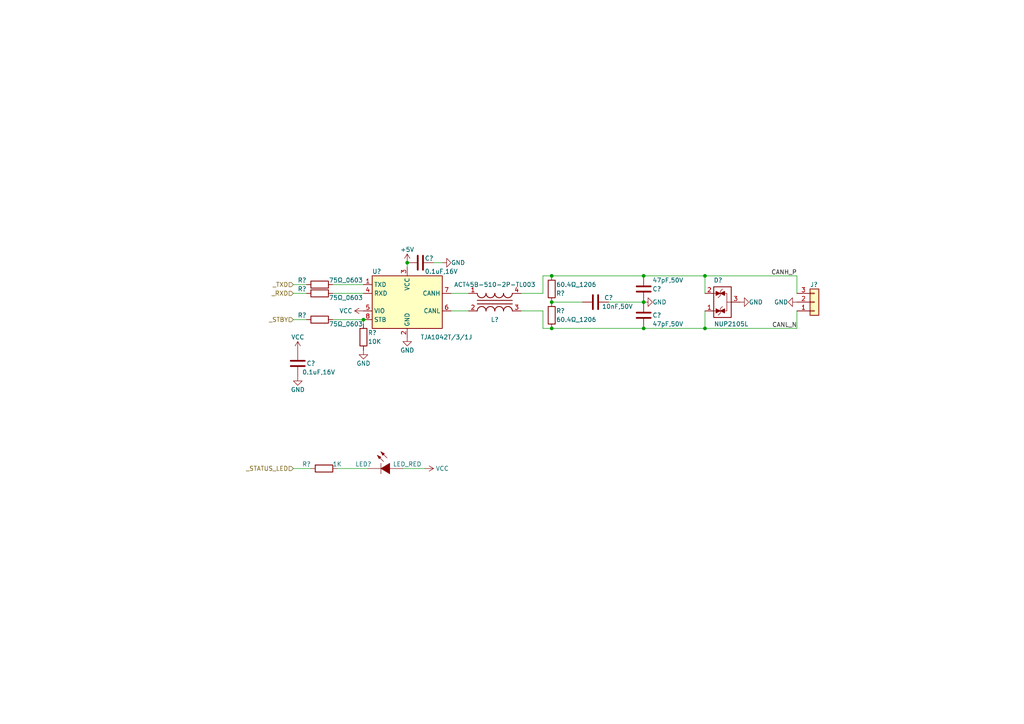
<source format=kicad_sch>
(kicad_sch (version 20230121) (generator eeschema)
  (paper "A4")
  (title_block (title "HPM6E00FULLPORTRevB") (date "2024-09-12") (rev "RevA") (comment 1 "CAN"))
  (lib_symbols
    (symbol "00_HPM_power:+5V" (power) (pin_names (offset 0))
      (property "Value" "+5V" (at 0 3.556 0))
      (symbol "+5V_0_1"
        (polyline (pts (xy -0.762 1.27) (xy 0 2.54)))
        (polyline (pts (xy 0 0) (xy 0 2.54)))
        (polyline (pts (xy 0 2.54) (xy 0.762 1.27)))
      )
      (symbol "+5V_1_1"
        (pin power_in line (at 0 0 90) (length 0) hide (name "+5V") (number "1"))
      )
    )
    (symbol "00_HPM_power:VCC" (power) (pin_names (offset 0))
      (property "Value" "VCC" (at 0 3.81 0))
      (symbol "VCC_0_1"
        (polyline (pts (xy -0.762 1.27) (xy 0 2.54)))
        (polyline (pts (xy 0 0) (xy 0 2.54)))
        (polyline (pts (xy 0 2.54) (xy 0.762 1.27)))
      )
      (symbol "VCC_1_1"
        (pin power_in line (at 0 0 90) (length 0) hide (name "VCC") (number "1"))
      )
    )
    (symbol "01-HPM-Peripheral:LED_RED" (pin_numbers hide) (pin_names (offset 1.016) hide)
      (property "Reference" "LED" (at 0 10.16 0))
      (property "Value" "LED_RED" (at 0 13.97 0))
      (symbol "LED_RED_1_1"
        (polyline (pts (xy -2.54 1.524) (xy -2.54 -1.524)) (stroke (width 0.1524)))
        (polyline (pts (xy -1.778 2.032) (xy -3.556 3.81)) (stroke (width 0.1524)))
        (polyline (pts (xy -0.762 3.048) (xy -2.54 4.826)) (stroke (width 0.1524)))
        (polyline (pts (xy -3.556 3.81) (xy -2.54 3.302) (xy -3.048 2.794) (xy -3.556 3.81)) (stroke (width 0.1524)) (fill (type outline)))
        (polyline (pts (xy -2.54 4.826) (xy -1.524 4.318) (xy -2.032 3.81) (xy -2.54 4.826)) (stroke (width 0.1524)) (fill (type outline)))
        (polyline (pts (xy 0 -1.524) (xy -2.54 0) (xy 0 1.524) (xy 0 -1.524)) (stroke (width 0.1524)) (fill (type outline)))
        (pin input line (at -6.35 0 0) (length 3.81) (name "K") (number "1"))
        (pin input line (at 3.81 0 180) (length 3.81) (name "A") (number "2"))
      )
    )
    (symbol "02_HPM_Resistor:10K_0402" (pin_numbers hide) (pin_names (offset 0))
      (property "Reference" "R" (at 0 3.81 0))
      (property "Value" "10K" (at 0 6.35 0))
      (symbol "10K_0402_0_1"
        (rectangle (start 2.54 -1.016) (end -2.54 1.016) (stroke (width 0.254)))
      )
      (symbol "10K_0402_1_1"
        (pin passive line (at -3.81 0 0) (length 1.27) (name "~") (number "1"))
        (pin passive line (at 3.81 0 180) (length 1.27) (name "~") (number "2"))
      )
    )
    (symbol "02_HPM_Resistor:1K_0402" (pin_numbers hide) (pin_names (offset 0))
      (property "Reference" "R" (at 0 3.81 0))
      (property "Value" "1K" (at 0 6.35 0))
      (symbol "1K_0402_0_1"
        (rectangle (start 2.54 -1.016) (end -2.54 1.016) (stroke (width 0.254)))
      )
      (symbol "1K_0402_1_1"
        (pin passive line (at -3.81 0 0) (length 1.27) (name "~") (number "1"))
        (pin passive line (at 3.81 0 180) (length 1.27) (name "~") (number "2"))
      )
    )
    (symbol "02_HPM_Resistor:60.4Ω_1206" (pin_numbers hide) (pin_names (offset 0))
      (property "Reference" "R" (at 0 2.54 0))
      (property "Value" "60.4Ω" (at -5.08 6.35 0))
      (symbol "60.4Ω_1206_0_1"
        (rectangle (start 2.54 -1.016) (end -2.54 1.016) (stroke (width 0.254)))
      )
      (symbol "60.4Ω_1206_1_1"
        (pin passive line (at -3.81 0 0) (length 1.27) (name "~") (number "1"))
        (pin passive line (at 3.81 0 180) (length 1.27) (name "~") (number "2"))
      )
    )
    (symbol "02_HPM_Resistor:75Ω_0603" (pin_numbers hide) (pin_names (offset 0))
      (property "Reference" "R" (at 0 5.08 0))
      (property "Value" "75Ω" (at 0 8.89 0))
      (symbol "75Ω_0603_0_1"
        (rectangle (start 2.54 -1.016) (end -2.54 1.016) (stroke (width 0.254)))
      )
      (symbol "75Ω_0603_1_1"
        (pin passive line (at -3.81 0 0) (length 1.27) (name "~") (number "1"))
        (pin passive line (at 3.81 0 180) (length 1.27) (name "~") (number "2"))
      )
    )
    (symbol "03_HPM_Capacitance:0.1uF,16V_0402" (pin_numbers hide) (pin_names (offset 0.254))
      (property "Reference" "C" (at -1.27 10.16 0))
      (property "Value" "0.1uF,16V" (at -5.08 12.7 0))
      (symbol "0.1uF,16V_0402_0_1"
        (polyline (pts (xy -2.032 -0.762) (xy 2.032 -0.762)) (stroke (width 0.508)))
        (polyline (pts (xy -2.032 0.762) (xy 2.032 0.762)) (stroke (width 0.508)))
      )
      (symbol "0.1uF,16V_0402_1_1"
        (pin passive line (at 0 3.81 270) (length 2.794) (name "~") (number "1"))
        (pin passive line (at 0 -3.81 90) (length 2.794) (name "~") (number "2"))
      )
    )
    (symbol "03_HPM_Capacitance:10nF,50V_0402" (pin_numbers hide) (pin_names (offset 0.254))
      (property "Reference" "C" (at -3.81 13.97 0))
      (property "Value" "10nF,50V" (at -3.81 8.89 0))
      (symbol "10nF,50V_0402_0_1"
        (polyline (pts (xy -2.032 -0.762) (xy 2.032 -0.762)) (stroke (width 0.508)))
        (polyline (pts (xy -2.032 0.762) (xy 2.032 0.762)) (stroke (width 0.508)))
      )
      (symbol "10nF,50V_0402_1_1"
        (pin passive line (at 0 3.81 270) (length 2.794) (name "~") (number "1"))
        (pin passive line (at 0 -3.81 90) (length 2.794) (name "~") (number "2"))
      )
    )
    (symbol "03_HPM_Capacitance:47pF,50V_0402" (pin_numbers hide) (pin_names (offset 0.254))
      (property "Reference" "C" (at 0 2.54 0))
      (property "Value" "47pF,50V" (at 0 -2.54 0))
      (symbol "47pF,50V_0402_0_1"
        (polyline (pts (xy -2.032 -0.762) (xy 2.032 -0.762)) (stroke (width 0.508)))
        (polyline (pts (xy -2.032 0.762) (xy 2.032 0.762)) (stroke (width 0.508)))
      )
      (symbol "47pF,50V_0402_1_1"
        (pin passive line (at 0 3.81 270) (length 2.794) (name "~") (number "1"))
        (pin passive line (at 0 -3.81 90) (length 2.794) (name "~") (number "2"))
      )
    )
    (symbol "04_HPM_Diode:NUP2105L" (pin_names hide)
      (property "Reference" "D" (at 0 10.16 0))
      (property "Value" "NUP2105L" (at 0 12.7 0))
      (symbol "NUP2105L_0_0"
        (pin passive line (at 0 -5.08 90) (length 2.54) (name "A") (number "3"))
      )
      (symbol "NUP2105L_0_1"
        (polyline (pts (xy -2.54 2.54) (xy -2.54 0.635)))
        (polyline (pts (xy 0 -1.27) (xy 0 -2.54)))
        (polyline (pts (xy 2.54 2.54) (xy 2.54 0.635)))
        (polyline (pts (xy -3.81 1.27) (xy -3.175 0.635) (xy -1.905 0.635) (xy -1.27 0)))
        (polyline (pts (xy -2.54 0.635) (xy -2.54 -1.27) (xy 2.54 -1.27) (xy 2.54 0.635)))
        (polyline (pts (xy 1.27 1.27) (xy 1.905 0.635) (xy 2.54 0.635) (xy 3.175 0.635) (xy 3.81 0)))
      )
      (symbol "NUP2105L_1_1"
        (rectangle (start -4.445 2.54) (end 4.445 -2.54) (stroke (width 0.254)))
        (polyline (pts (xy -2.54 0.635) (xy -1.905 -0.635) (xy -3.175 -0.635) (xy -2.54 0.635)) (fill (type color) (color 132 0 0 1)))
        (polyline (pts (xy 2.54 0.635) (xy 1.905 -0.635) (xy 3.175 -0.635) (xy 2.54 0.635)) (fill (type color) (color 132 0 0 1)))
        (polyline (pts (xy 2.54 0.635) (xy 3.175 1.905) (xy 1.905 1.905) (xy 2.54 0.635)) (fill (type color) (color 132 0 0 1)))
        (polyline (pts (xy -2.54 0.635) (xy -3.175 1.905) (xy -1.905 1.905) (xy -2.54 0.635) (xy -2.54 1.27)) (fill (type color) (color 132 0 0 1)))
        (pin passive line (at -2.54 5.08 270) (length 2.54) (name "K") (number "1"))
        (pin passive line (at 2.54 5.08 270) (length 2.54) (name "K") (number "2"))
      )
    )
    (symbol "05_HPM_Connector_KF2EDGR:KF2EDGR_3.81_3P" (pin_names (offset 1.016) hide)
      (property "Reference" "J" (at -1.27 1.27 0))
      (property "Value" "KF2EDGR-3.81-3P" (at -1.27 2.54 0))
      (symbol "KF2EDGR_3.81_3P_1_1"
        (rectangle (start 0 -6.223) (end 1.27 -6.477) (stroke (width 0.1524)))
        (rectangle (start 0 -3.683) (end 1.27 -3.937) (stroke (width 0.1524)))
        (rectangle (start 0 -1.143) (end 1.27 -1.397) (stroke (width 0.1524)))
        (rectangle (start 0 0) (end 2.54 -7.62) (stroke (width 0.254)) (fill (type background)))
        (pin passive line (at -3.81 -1.27 0) (length 3.81) (name "Pin_1") (number "1"))
        (pin passive line (at -3.81 -3.81 0) (length 3.81) (name "Pin_2") (number "2"))
        (pin passive line (at -3.81 -6.35 0) (length 3.81) (name "Pin_3") (number "3"))
      )
    )
    (symbol "06_HPM_Function_IC:TJA1042T/3"
      (property "Reference" "U" (at -10.16 8.89 0))
      (property "Value" "TJA1042T{slash}3" (at 1.27 -8.89 0))
      (symbol "TJA1042T/3_0_1"
        (rectangle (start -10.16 7.62) (end 10.16 -7.62) (stroke (width 0.254)) (fill (type background)))
      )
      (symbol "TJA1042T/3_1_1"
        (pin input line (at -12.7 5.08 0) (length 2.54) (name "TXD") (number "1"))
        (pin power_in line (at 0 -10.16 90) (length 2.54) (name "GND") (number "2"))
        (pin power_in line (at 0 10.16 270) (length 2.54) (name "VCC") (number "3"))
        (pin output line (at -12.7 2.54 0) (length 2.54) (name "RXD") (number "4"))
        (pin power_in line (at -12.7 -2.54 0) (length 2.54) (name "VIO") (number "5"))
        (pin bidirectional line (at 12.7 -2.54 180) (length 2.54) (name "CANL") (number "6"))
        (pin bidirectional line (at 12.7 2.54 180) (length 2.54) (name "CANH") (number "7"))
        (pin input line (at -12.7 -5.08 0) (length 2.54) (name "STB") (number "8"))
      )
    )
    (symbol "07_HPM_Inductance:ACT45B-510-2P-TL003"
      (property "Reference" "L" (at 8.89 -1.27 0))
      (property "Value" "ACT45B-510-2P-TL003" (at 8.89 -9.525 0))
      (symbol "ACT45B-510-2P-TL003_1_0"
        (polyline (pts (xy 3.81 -5.588) (xy 13.97 -5.588)) (stroke (width 0.254)))
        (polyline (pts (xy 3.81 -4.572) (xy 13.97 -4.572)) (stroke (width 0.254)))
        (arc (start 3.81 -2.54) (mid 5.08 -3.8045) (end 6.35 -2.54) (stroke (width 0.254)))
        (arc (start 6.35 -7.62) (mid 5.08 -6.3555) (end 3.81 -7.62) (stroke (width 0.254)))
        (arc (start 6.35 -2.54) (mid 7.62 -3.8045) (end 8.89 -2.54) (stroke (width 0.254)))
        (arc (start 8.89 -7.62) (mid 7.62 -6.3555) (end 6.35 -7.62) (stroke (width 0.254)))
        (arc (start 8.89 -2.54) (mid 10.16 -3.8045) (end 11.43 -2.54) (stroke (width 0.254)))
        (arc (start 11.43 -7.62) (mid 10.16 -6.3555) (end 8.89 -7.62) (stroke (width 0.254)))
        (arc (start 11.43 -2.54) (mid 12.7 -3.8045) (end 13.97 -2.54) (stroke (width 0.254)))
        (arc (start 13.97 -7.62) (mid 12.7 -6.3555) (end 11.43 -7.62) (stroke (width 0.254)))
        (pin passive line (at 1.27 -7.62 0) (length 2.54) (name "") (number "1"))
        (pin passive line (at 1.27 -2.54 0) (length 2.54) (name "2") (number "2"))
        (pin passive line (at 16.51 -2.54 180) (length 2.54) (name "") (number "3"))
        (pin passive line (at 16.51 -7.62 180) (length 2.54) (name "4") (number "4"))
      )
    )
    (symbol "98_POWER:GND" (power) (pin_names (offset 0))
      (property "Value" "GND" (at 0 -3.81 0))
      (symbol "GND_0_1"
        (polyline (pts (xy 0 0) (xy 0 -1.27) (xy 1.27 -1.27) (xy 0 -2.54) (xy -1.27 -1.27) (xy 0 -1.27)))
      )
      (symbol "GND_1_1"
        (pin power_in line (at 0 0 270) (length 0) hide (name "GND") (number "1"))
      )
    )
  )
  (junction (at 118.11 76.2))
  (junction (at 160.02 87.63))
  (junction (at 204.47 95.25))
  (junction (at 160.02 95.25))
  (junction (at 186.69 87.63))
  (junction (at 105.41 92.71))
  (junction (at 186.69 80.01))
  (junction (at 186.69 95.25))
  (junction (at 160.02 80.01))
  (junction (at 204.47 80.01))
  (wire (pts (xy 157.48 80.01) (xy 160.02 80.01)))
  (wire (pts (xy 105.41 92.71) (xy 105.41 93.98)))
  (wire (pts (xy 204.47 80.01) (xy 231.14 80.01)))
  (wire (pts (xy 135.89 85.09) (xy 130.81 85.09)))
  (wire (pts (xy 204.47 95.25) (xy 204.47 90.17)))
  (wire (pts (xy 96.52 92.71) (xy 105.41 92.71)))
  (wire (pts (xy 151.13 85.09) (xy 157.48 85.09)))
  (wire (pts (xy 85.09 135.89) (xy 90.17 135.89)))
  (wire (pts (xy 106.68 135.89) (xy 97.79 135.89)))
  (wire (pts (xy 204.47 95.25) (xy 231.14 95.25)))
  (wire (pts (xy 157.48 95.25) (xy 160.02 95.25)))
  (wire (pts (xy 157.48 90.17) (xy 157.48 95.25)))
  (wire (pts (xy 85.09 85.09) (xy 88.9 85.09)))
  (wire (pts (xy 151.13 90.17) (xy 157.48 90.17)))
  (wire (pts (xy 160.02 80.01) (xy 186.69 80.01)))
  (wire (pts (xy 186.69 80.01) (xy 204.47 80.01)))
  (wire (pts (xy 160.02 95.25) (xy 186.69 95.25)))
  (wire (pts (xy 168.91 87.63) (xy 160.02 87.63)))
  (wire (pts (xy 231.14 85.09) (xy 231.14 80.01)))
  (wire (pts (xy 176.53 87.63) (xy 186.69 87.63)))
  (wire (pts (xy 186.69 95.25) (xy 204.47 95.25)))
  (wire (pts (xy 85.09 82.55) (xy 88.9 82.55)))
  (wire (pts (xy 128.27 76.2) (xy 125.73 76.2)))
  (wire (pts (xy 85.09 92.71) (xy 88.9 92.71)))
  (wire (pts (xy 157.48 85.09) (xy 157.48 80.01)))
  (wire (pts (xy 96.52 85.09) (xy 105.41 85.09)))
  (wire (pts (xy 204.47 80.01) (xy 204.47 85.09)))
  (wire (pts (xy 123.19 135.89) (xy 116.84 135.89)))
  (wire (pts (xy 231.14 90.17) (xy 231.14 95.25)))
  (wire (pts (xy 96.52 82.55) (xy 105.41 82.55)))
  (wire (pts (xy 135.89 90.17) (xy 130.81 90.17)))
  (wire (pts (xy 118.11 76.2) (xy 118.11 77.47)))
  (text "${SHEETNAME}\n" (at 74.93 60.96 0) (effects (font (size 2.54 2.54) (thickness 0.508) bold) (justify left bottom)))
  (label "CANH_P" (at 231.14 80.01 180))
  (label "CANL_N" (at 231.14 95.25 180))
  (hierarchical_label "${SHEETNAME}_RXD" (shape input) (at 85.09 85.09 180))
  (hierarchical_label "${SHEETNAME}_STBY" (shape input) (at 85.09 92.71 180))
  (hierarchical_label "${SHEETNAME}_STATUS_LED" (shape input) (at 85.09 135.89 180))
  (hierarchical_label "${SHEETNAME}_TXD" (shape input) (at 85.09 82.55 180))
  (symbol (lib_id "02_HPM_Resistor:75Ω_0603") (at 92.71 82.55 0) (unit 1)
    (property "Reference" "R?" (at 87.63 81.28 0))
    (property "Value" "75Ω_0603" (at 100.33 81.28 0))
    (property "Footprint" "02_HPM_Resistor:R_0603_1608Metric" (effects hide))
    (property "Model" "0603WAF750JT5E" (effects hide))
    (property "Company" "UNI-ROYAL(厚声)" (effects hide))
    (instances (project "HPM5300-COMM" (path "" (reference "R?") (unit 1))) (project "HPM6E00FULLPORTRevB" (path "" (reference "R?") (unit 1)) (path "" (reference "R107") (unit 1)) (path "" (reference "R114") (unit 1)) (path "" (reference "R121") (unit 1)) (path "" (reference "R128") (unit 1)) (path "" (reference "R135") (unit 1)) (path "" (reference "R142") (unit 1)) (path "" (reference "R149") (unit 1)) (path "" (reference "R156") (unit 1))) (project "HPM5300 EVK REVC" (path "" (reference "R?") (unit 1))))
  )
  (symbol (lib_id "00_HPM_power:VCC") (at 123.19 135.89 270) (unit 1)
    (property "Reference" "#PWR?" (effects hide))
    (property "Value" "VCC" (at 128.27 135.89 90))
    (instances (project "HPM6E00FULLPORTRevB" (path "" (reference "#PWR?") (unit 1)) (path "" (reference "#PWR0177") (unit 1)) (path "" (reference "#PWR0188") (unit 1)) (path "" (reference "#PWR0199") (unit 1)) (path "" (reference "#PWR0210") (unit 1)) (path "" (reference "#PWR0221") (unit 1)) (path "" (reference "#PWR0232") (unit 1)) (path "" (reference "#PWR0243") (unit 1)) (path "" (reference "#PWR0254") (unit 1))))
  )
  (symbol (lib_id "07_HPM_Inductance:ACT45B-510-2P-TL003") (at 134.62 92.71 0) (mirror x) (unit 1)
    (property "Reference" "L?" (at 143.51 92.71 0))
    (property "Value" "ACT45B-510-2P-TL003" (at 143.51 82.55 0))
    (property "Footprint" "07_HPM_Inductance:L4532" (effects hide))
    (property "Model" "ACT45B-510-2P-TL003" (effects hide))
    (property "Company" "TDK" (effects hide))
    (instances (project "HPM5300-COMM" (path "" (reference "L?") (unit 1))) (project "HPM6E00FULLPORTRevB" (path "" (reference "L?") (unit 1)) (path "" (reference "L5") (unit 1)) (path "" (reference "L6") (unit 1)) (path "" (reference "L7") (unit 1)) (path "" (reference "L8") (unit 1)) (path "" (reference "L9") (unit 1)) (path "" (reference "L10") (unit 1)) (path "" (reference "L11") (unit 1)) (path "" (reference "L12") (unit 1))) (project "HPM5300 EVK REVC" (path "" (reference "L?") (unit 1))))
  )
  (symbol (lib_id "02_HPM_Resistor:75Ω_0603") (at 92.71 92.71 0) (unit 1)
    (property "Reference" "R?" (at 87.63 91.44 0))
    (property "Value" "75Ω_0603" (at 100.33 93.98 0))
    (property "Footprint" "02_HPM_Resistor:R_0603_1608Metric" (effects hide))
    (property "Model" "0603WAF750JT5E" (effects hide))
    (property "Company" "UNI-ROYAL(厚声)" (effects hide))
    (instances (project "HPM5300-COMM" (path "" (reference "R?") (unit 1))) (project "HPM6E00FULLPORTRevB" (path "" (reference "R?") (unit 1)) (path "" (reference "R109") (unit 1)) (path "" (reference "R116") (unit 1)) (path "" (reference "R123") (unit 1)) (path "" (reference "R130") (unit 1)) (path "" (reference "R137") (unit 1)) (path "" (reference "R144") (unit 1)) (path "" (reference "R151") (unit 1)) (path "" (reference "R158") (unit 1))) (project "HPM5300 EVK REVC" (path "" (reference "R?") (unit 1))))
  )
  (symbol (lib_id "01-HPM-Peripheral:LED_RED") (at 113.03 135.89 0) (unit 1)
    (property "Reference" "LED?" (at 105.41 134.62 0))
    (property "Value" "LED_RED" (at 118.11 134.62 0))
    (property "Footprint" "01_HPM_Peripheral:LED_0603" (effects hide))
    (property "Model" "NCD0603R1" (effects hide))
    (property "Company" "国星光电" (effects hide))
    (instances (project "HPM6E00FULLPORTRevB" (path "" (reference "LED?") (unit 1)) (path "" (reference "LED24") (unit 1)) (path "" (reference "LED25") (unit 1)) (path "" (reference "LED26") (unit 1)) (path "" (reference "LED27") (unit 1)) (path "" (reference "LED28") (unit 1)) (path "" (reference "LED29") (unit 1)) (path "" (reference "LED30") (unit 1)) (path "" (reference "LED31") (unit 1))))
  )
  (symbol (lib_id "02_HPM_Resistor:1K_0402") (at 93.98 135.89 0) (unit 1)
    (property "Reference" "R?" (at 88.9 134.62 0))
    (property "Value" "1K" (at 97.79 134.62 0))
    (property "Footprint" "02_HPM_Resistor:R_0402_1005Metric" (effects hide))
    (property "Model" "0402WGF1001TCE" (effects hide))
    (property "Company" "UNI-ROYAL(厚声)" (effects hide))
    (instances (project "HPM1200_BASE_Audio_XPI" (path "" (reference "R?") (unit 1))) (project "HPM1200_SIP_ETHERCAT_RevA" (path "" (reference "R?") (unit 1))) (project "HPM6E00FULLPORTRevB" (path "" (reference "R?") (unit 1)) (path "" (reference "R110") (unit 1)) (path "" (reference "R117") (unit 1)) (path "" (reference "R124") (unit 1)) (path "" (reference "R131") (unit 1)) (path "" (reference "R138") (unit 1)) (path "" (reference "R145") (unit 1)) (path "" (reference "R152") (unit 1)) (path "" (reference "R159") (unit 1))))
  )
  (symbol (lib_id "00_HPM_power:+5V") (at 118.11 76.2 0) (unit 1)
    (property "Reference" "#PWR?" (effects hide))
    (property "Value" "+5V" (at 118.11 72.39 0))
    (instances (project "HPM5300-COMM" (path "" (reference "#PWR?") (unit 1))) (project "HPM6E00FULLPORTRevB" (path "" (reference "#PWR?") (unit 1)) (path "" (reference "#PWR0175") (unit 1)) (path "" (reference "#PWR0186") (unit 1)) (path "" (reference "#PWR0197") (unit 1)) (path "" (reference "#PWR0208") (unit 1)) (path "" (reference "#PWR0219") (unit 1)) (path "" (reference "#PWR0230") (unit 1)) (path "" (reference "#PWR0241") (unit 1)) (path "" (reference "#PWR0252") (unit 1))) (project "HPM5300 EVK REVC" (path "" (reference "#PWR?") (unit 1))))
  )
  (symbol (lib_id "02_HPM_Resistor:75Ω_0603") (at 92.71 85.09 0) (unit 1)
    (property "Reference" "R?" (at 87.63 83.82 0))
    (property "Value" "75Ω_0603" (at 100.33 86.36 0))
    (property "Footprint" "02_HPM_Resistor:R_0603_1608Metric" (effects hide))
    (property "Model" "0603WAF750JT5E" (effects hide))
    (property "Company" "UNI-ROYAL(厚声)" (effects hide))
    (instances (project "HPM5300-COMM" (path "" (reference "R?") (unit 1))) (project "HPM6E00FULLPORTRevB" (path "" (reference "R?") (unit 1)) (path "" (reference "R108") (unit 1)) (path "" (reference "R115") (unit 1)) (path "" (reference "R122") (unit 1)) (path "" (reference "R129") (unit 1)) (path "" (reference "R136") (unit 1)) (path "" (reference "R143") (unit 1)) (path "" (reference "R150") (unit 1)) (path "" (reference "R157") (unit 1))) (project "HPM5300 EVK REVC" (path "" (reference "R?") (unit 1))))
  )
  (symbol (lib_id "98_POWER:GND") (at 231.14 87.63 270) (unit 1)
    (property "Reference" "#PWR?" (effects hide))
    (property "Value" "GND" (at 228.6 87.63 90) (effects (justify right)))
    (instances (project "HPM6E00FULLPORTRevB" (path "" (reference "#PWR?") (unit 1)) (path "" (reference "#PWR0181") (unit 1)) (path "" (reference "#PWR0192") (unit 1)) (path "" (reference "#PWR0203") (unit 1)) (path "" (reference "#PWR0214") (unit 1)) (path "" (reference "#PWR0225") (unit 1)) (path "" (reference "#PWR0236") (unit 1)) (path "" (reference "#PWR0247") (unit 1)) (path "" (reference "#PWR0258") (unit 1))) (project "HPM5300 EVK REVC" (path "" (reference "#PWR?") (unit 1))))
  )
  (symbol (lib_id "98_POWER:GND") (at 105.41 101.6 0) (unit 1)
    (property "Reference" "#PWR?" (effects hide))
    (property "Value" "GND" (at 103.378 105.41 0) (effects (justify left)))
    (instances (project "HPM5300-COMM" (path "" (reference "#PWR?") (unit 1))) (project "HPM6E00FULLPORTRevB" (path "" (reference "#PWR?") (unit 1)) (path "" (reference "#PWR0174") (unit 1)) (path "" (reference "#PWR0185") (unit 1)) (path "" (reference "#PWR0196") (unit 1)) (path "" (reference "#PWR0207") (unit 1)) (path "" (reference "#PWR0218") (unit 1)) (path "" (reference "#PWR0229") (unit 1)) (path "" (reference "#PWR0240") (unit 1)) (path "" (reference "#PWR0251") (unit 1))) (project "HPM5300 EVK REVC" (path "" (reference "#PWR?") (unit 1))))
  )
  (symbol (lib_id "00_HPM_power:VCC") (at 105.41 90.17 90) (unit 1)
    (property "Reference" "#PWR?" (effects hide))
    (property "Value" "VCC" (at 100.33 90.17 90))
    (instances (project "HPM6E00FULLPORTRevB" (path "" (reference "#PWR?") (unit 1)) (path "" (reference "#PWR0173") (unit 1)) (path "" (reference "#PWR0184") (unit 1)) (path "" (reference "#PWR0195") (unit 1)) (path "" (reference "#PWR0206") (unit 1)) (path "" (reference "#PWR0217") (unit 1)) (path "" (reference "#PWR0228") (unit 1)) (path "" (reference "#PWR0239") (unit 1)) (path "" (reference "#PWR0250") (unit 1))))
  )
  (symbol (lib_id "00_HPM_power:VCC") (at 86.36 101.6 0) (unit 1)
    (property "Reference" "#PWR?" (effects hide))
    (property "Value" "VCC" (at 86.36 97.79 0))
    (instances (project "HPM6E00FULLPORTRevB" (path "" (reference "#PWR?") (unit 1)) (path "" (reference "#PWR0171") (unit 1)) (path "" (reference "#PWR0182") (unit 1)) (path "" (reference "#PWR0193") (unit 1)) (path "" (reference "#PWR0204") (unit 1)) (path "" (reference "#PWR0215") (unit 1)) (path "" (reference "#PWR0226") (unit 1)) (path "" (reference "#PWR0237") (unit 1)) (path "" (reference "#PWR0248") (unit 1))))
  )
  (symbol (lib_id "03_HPM_Capacitance:0.1uF,16V_0402") (at 86.36 105.41 0) (unit 1)
    (property "Reference" "C?" (at 88.9 105.41 0) (effects (justify left)))
    (property "Value" "0.1uF,16V" (at 87.63 107.95 0) (effects (justify left)))
    (property "Footprint" "03_HPM_Capacitance:C_0402_1005Metric" (effects hide))
    (property "Model" "CL05B104KO5NNNC" (effects hide))
    (property "Company" "SAMSUNG(三星)" (effects hide))
    (instances (project "HPM5300-COMM" (path "" (reference "C?") (unit 1))) (project "HPM6E00FULLPORTRevB" (path "" (reference "C?") (unit 1)) (path "" (reference "C81") (unit 1)) (path "" (reference "C86") (unit 1)) (path "" (reference "C91") (unit 1)) (path "" (reference "C96") (unit 1)) (path "" (reference "C101") (unit 1)) (path "" (reference "C106") (unit 1)) (path "" (reference "C111") (unit 1)) (path "" (reference "C116") (unit 1))) (project "HPM5300 EVK REVC" (path "" (reference "C?") (unit 1))))
  )
  (symbol (lib_id "03_HPM_Capacitance:10nF,50V_0402") (at 172.72 87.63 90) (unit 1)
    (property "Reference" "C?" (at 176.53 86.36 90))
    (property "Value" "10nF,50V" (at 179.07 88.9 90))
    (property "Footprint" "03_HPM_Capacitance:C_0402_1005Metric" (effects hide))
    (property "Model" " CL05B103KB5NNNC" (effects hide))
    (property "Company" "SAMSUNG(三星)" (effects hide))
    (instances (project "HPM5300-COMM" (path "" (reference "C?") (unit 1))) (project "HPM6E00FULLPORTRevB" (path "" (reference "C?") (unit 1)) (path "" (reference "C83") (unit 1)) (path "" (reference "C88") (unit 1)) (path "" (reference "C93") (unit 1)) (path "" (reference "C98") (unit 1)) (path "" (reference "C103") (unit 1)) (path "" (reference "C108") (unit 1)) (path "" (reference "C113") (unit 1)) (path "" (reference "C118") (unit 1))) (project "HPM5300 EVK REVC" (path "" (reference "C?") (unit 1))))
  )
  (symbol (lib_id "04_HPM_Diode:NUP2105L") (at 209.55 87.63 90) (unit 1)
    (property "Reference" "D?" (at 208.28 81.28 90))
    (property "Value" "NUP2105L" (at 212.09 93.98 90))
    (property "Footprint" "06_HPM_SOT:SOT-23" (effects hide))
    (property "Field4" "NUP2105L" (effects hide))
    (property "Field5" "TECH PUBLIC(台舟)" (effects hide))
    (property "Model" "NUP2105L" (effects hide))
    (property "Company" "TECH PUBLIC(台舟)" (effects hide))
    (instances (project "HPM5300-COMM" (path "" (reference "D?") (unit 1))) (project "HPM6E00FULLPORTRevB" (path "" (reference "D?") (unit 1)) (path "" (reference "D5") (unit 1)) (path "" (reference "D6") (unit 1)) (path "" (reference "D7") (unit 1)) (path "" (reference "D8") (unit 1)) (path "" (reference "D9") (unit 1)) (path "" (reference "D10") (unit 1)) (path "" (reference "D11") (unit 1)) (path "" (reference "D12") (unit 1))) (project "HPM5300 EVK REVC" (path "" (reference "D?") (unit 1))))
  )
  (symbol (lib_id "98_POWER:GND") (at 118.11 97.79 0) (unit 1)
    (property "Reference" "#PWR?" (effects hide))
    (property "Value" "GND" (at 116.078 101.6 0) (effects (justify left)))
    (instances (project "HPM5300-COMM" (path "" (reference "#PWR?") (unit 1))) (project "HPM6E00FULLPORTRevB" (path "" (reference "#PWR?") (unit 1)) (path "" (reference "#PWR0176") (unit 1)) (path "" (reference "#PWR0187") (unit 1)) (path "" (reference "#PWR0198") (unit 1)) (path "" (reference "#PWR0209") (unit 1)) (path "" (reference "#PWR0220") (unit 1)) (path "" (reference "#PWR0231") (unit 1)) (path "" (reference "#PWR0242") (unit 1)) (path "" (reference "#PWR0253") (unit 1))) (project "HPM5300 EVK REVC" (path "" (reference "#PWR?") (unit 1))))
  )
  (symbol (lib_id "05_HPM_Connector_KF2EDGR:KF2EDGR_3.81_3P") (at 234.95 91.44 0) (mirror x) (unit 1)
    (property "Reference" "J?" (at 234.95 82.55 0) (effects (justify left)))
    (property "Value" "KF2EDGR_3.81_3P" (effects hide))
    (property "Footprint" "05_HPM_Connector_KF2EDGR:PhoenixContact_MC_1,5_3-G-3.81_1x03_P3.81mm_Horizontal" (effects hide))
    (property "Model" "KF2EDGR-3.81-3P" (effects hide))
    (property "Company" " 品牌: KEFA(科发) " (effects hide))
    (instances (project "HPM6E00FULLPORTRevB" (path "" (reference "J?") (unit 1)) (path "" (reference "J5") (unit 1)) (path "" (reference "J6") (unit 1)) (path "" (reference "J7") (unit 1)) (path "" (reference "J8") (unit 1)) (path "" (reference "J9") (unit 1)) (path "" (reference "J10") (unit 1)) (path "" (reference "J11") (unit 1)) (path "" (reference "J12") (unit 1))))
  )
  (symbol (lib_id "03_HPM_Capacitance:0.1uF,16V_0402") (at 121.92 76.2 270) (unit 1)
    (property "Reference" "C?" (at 123.19 74.93 90) (effects (justify left)))
    (property "Value" "0.1uF,16V" (at 123.19 78.74 90) (effects (justify left)))
    (property "Footprint" "03_HPM_Capacitance:C_0402_1005Metric" (effects hide))
    (property "Model" "CL05B104KO5NNNC" (effects hide))
    (property "Company" "SAMSUNG(三星)" (effects hide))
    (instances (project "HPM5300-COMM" (path "" (reference "C?") (unit 1))) (project "HPM6E00FULLPORTRevB" (path "" (reference "C?") (unit 1)) (path "" (reference "C82") (unit 1)) (path "" (reference "C87") (unit 1)) (path "" (reference "C92") (unit 1)) (path "" (reference "C97") (unit 1)) (path "" (reference "C102") (unit 1)) (path "" (reference "C107") (unit 1)) (path "" (reference "C112") (unit 1)) (path "" (reference "C117") (unit 1))) (project "HPM5300 EVK REVC" (path "" (reference "C?") (unit 1))))
  )
  (symbol (lib_id "02_HPM_Resistor:60.4Ω_1206") (at 160.02 91.44 90) (unit 1)
    (property "Reference" "R?" (at 161.29 90.17 90) (effects (justify right)))
    (property "Value" "60.4Ω_1206" (at 161.29 92.71 90) (effects (justify right)))
    (property "Footprint" "02_HPM_Resistor:R_1206_3216Metric" (effects hide))
    (property "Model" "1206W4F604JT5E" (effects hide))
    (property "Company" "UNI-ROYAL(厚声)" (effects hide))
    (instances (project "HPM5300-COMM" (path "" (reference "R?") (unit 1))) (project "HPM6E00FULLPORTRevB" (path "" (reference "R?") (unit 1)) (path "" (reference "R113") (unit 1)) (path "" (reference "R120") (unit 1)) (path "" (reference "R127") (unit 1)) (path "" (reference "R134") (unit 1)) (path "" (reference "R141") (unit 1)) (path "" (reference "R148") (unit 1)) (path "" (reference "R155") (unit 1)) (path "" (reference "R162") (unit 1))) (project "HPM5300 EVK REVC" (path "" (reference "R?") (unit 1))))
  )
  (symbol (lib_id "98_POWER:GND") (at 128.27 76.2 90) (unit 1)
    (property "Reference" "#PWR?" (effects hide))
    (property "Value" "GND" (at 130.81 76.2 90) (effects (justify right)))
    (instances (project "HPM5300-COMM" (path "" (reference "#PWR?") (unit 1))) (project "HPM6E00FULLPORTRevB" (path "" (reference "#PWR?") (unit 1)) (path "" (reference "#PWR0178") (unit 1)) (path "" (reference "#PWR0189") (unit 1)) (path "" (reference "#PWR0200") (unit 1)) (path "" (reference "#PWR0211") (unit 1)) (path "" (reference "#PWR0222") (unit 1)) (path "" (reference "#PWR0233") (unit 1)) (path "" (reference "#PWR0244") (unit 1)) (path "" (reference "#PWR0255") (unit 1))) (project "HPM5300 EVK REVC" (path "" (reference "#PWR?") (unit 1))))
  )
  (symbol (lib_id "98_POWER:GND") (at 186.69 87.63 90) (unit 1)
    (property "Reference" "#PWR?" (effects hide))
    (property "Value" "GND" (at 189.23 87.63 90) (effects (justify right)))
    (instances (project "HPM5300-COMM" (path "" (reference "#PWR?") (unit 1))) (project "HPM6E00FULLPORTRevB" (path "" (reference "#PWR?") (unit 1)) (path "" (reference "#PWR0179") (unit 1)) (path "" (reference "#PWR0190") (unit 1)) (path "" (reference "#PWR0201") (unit 1)) (path "" (reference "#PWR0212") (unit 1)) (path "" (reference "#PWR0223") (unit 1)) (path "" (reference "#PWR0234") (unit 1)) (path "" (reference "#PWR0245") (unit 1)) (path "" (reference "#PWR0256") (unit 1))) (project "HPM5300 EVK REVC" (path "" (reference "#PWR?") (unit 1))))
  )
  (symbol (lib_id "98_POWER:GND") (at 86.36 109.22 0) (unit 1)
    (property "Reference" "#PWR?" (effects hide))
    (property "Value" "GND" (at 84.328 113.03 0) (effects (justify left)))
    (instances (project "HPM5300-COMM" (path "" (reference "#PWR?") (unit 1))) (project "HPM6E00FULLPORTRevB" (path "" (reference "#PWR?") (unit 1)) (path "" (reference "#PWR0172") (unit 1)) (path "" (reference "#PWR0183") (unit 1)) (path "" (reference "#PWR0194") (unit 1)) (path "" (reference "#PWR0205") (unit 1)) (path "" (reference "#PWR0216") (unit 1)) (path "" (reference "#PWR0227") (unit 1)) (path "" (reference "#PWR0238") (unit 1)) (path "" (reference "#PWR0249") (unit 1))) (project "HPM5300 EVK REVC" (path "" (reference "#PWR?") (unit 1))))
  )
  (symbol (lib_id "03_HPM_Capacitance:47pF,50V_0402") (at 186.69 91.44 0) (unit 1)
    (property "Reference" "C?" (at 189.23 91.44 0) (effects (justify left)))
    (property "Value" "47pF,50V" (at 189.23 93.98 0) (effects (justify left)))
    (property "Footprint" "03_HPM_Capacitance:C_0402_1005Metric" (effects hide))
    (property "Model" " CC0402JRNPO9BN470" (effects hide))
    (property "Company" "YAGEO(国巨)" (effects hide))
    (instances (project "HPM5300-COMM" (path "" (reference "C?") (unit 1))) (project "HPM6E00FULLPORTRevB" (path "" (reference "C?") (unit 1)) (path "" (reference "C85") (unit 1)) (path "" (reference "C90") (unit 1)) (path "" (reference "C95") (unit 1)) (path "" (reference "C100") (unit 1)) (path "" (reference "C105") (unit 1)) (path "" (reference "C110") (unit 1)) (path "" (reference "C115") (unit 1)) (path "" (reference "C120") (unit 1))) (project "HPM5300 EVK REVC" (path "" (reference "C?") (unit 1))))
  )
  (symbol (lib_id "03_HPM_Capacitance:47pF,50V_0402") (at 186.69 83.82 0) (unit 1)
    (property "Reference" "C?" (at 189.23 83.82 0) (effects (justify left)))
    (property "Value" "47pF,50V" (at 189.23 81.28 0) (effects (justify left)))
    (property "Footprint" "03_HPM_Capacitance:C_0402_1005Metric" (effects hide))
    (property "Model" " CC0402JRNPO9BN470" (effects hide))
    (property "Company" "YAGEO(国巨)" (effects hide))
    (instances (project "HPM5300-COMM" (path "" (reference "C?") (unit 1))) (project "HPM6E00FULLPORTRevB" (path "" (reference "C?") (unit 1)) (path "" (reference "C84") (unit 1)) (path "" (reference "C89") (unit 1)) (path "" (reference "C94") (unit 1)) (path "" (reference "C99") (unit 1)) (path "" (reference "C104") (unit 1)) (path "" (reference "C109") (unit 1)) (path "" (reference "C114") (unit 1)) (path "" (reference "C119") (unit 1))) (project "HPM5300 EVK REVC" (path "" (reference "C?") (unit 1))))
  )
  (symbol (lib_id "98_POWER:GND") (at 214.63 87.63 90) (unit 1)
    (property "Reference" "#PWR?" (effects hide))
    (property "Value" "GND" (at 217.17 87.63 90) (effects (justify right)))
    (instances (project "HPM5300-COMM" (path "" (reference "#PWR?") (unit 1))) (project "HPM6E00FULLPORTRevB" (path "" (reference "#PWR?") (unit 1)) (path "" (reference "#PWR0180") (unit 1)) (path "" (reference "#PWR0191") (unit 1)) (path "" (reference "#PWR0202") (unit 1)) (path "" (reference "#PWR0213") (unit 1)) (path "" (reference "#PWR0224") (unit 1)) (path "" (reference "#PWR0235") (unit 1)) (path "" (reference "#PWR0246") (unit 1)) (path "" (reference "#PWR0257") (unit 1))) (project "HPM5300 EVK REVC" (path "" (reference "#PWR?") (unit 1))))
  )
  (symbol (lib_id "06_HPM_Function_IC:TJA1042T/3") (at 118.11 87.63 0) (unit 1)
    (property "Reference" "U?" (at 107.95 78.74 0) (effects (justify left)))
    (property "Value" "TJA1042T/3/1J" (at 121.92 97.79 0) (effects (justify left)))
    (property "Footprint" "06_HPM_SO:SOIC-8" (effects hide))
    (property "Model" "TJA1042T/3/1J" (effects hide))
    (property "Company" " NXP(恩智浦)" (effects hide))
    (instances (project "HPM6E00FULLPORTRevB" (path "" (reference "U?") (unit 1)) (path "" (reference "U12") (unit 1)) (path "" (reference "U13") (unit 1)) (path "" (reference "U14") (unit 1)) (path "" (reference "U15") (unit 1)) (path "" (reference "U16") (unit 1)) (path "" (reference "U17") (unit 1)) (path "" (reference "U18") (unit 1)) (path "" (reference "U19") (unit 1))))
  )
  (symbol (lib_id "02_HPM_Resistor:10K_0402") (at 105.41 97.79 90) (unit 1)
    (property "Reference" "R?" (at 106.68 96.52 90) (effects (justify right)))
    (property "Value" "10K" (at 106.68 99.06 90) (effects (justify right)))
    (property "Footprint" "02_HPM_Resistor:R_0402_1005Metric" (effects hide))
    (property "Model" "0402WGF1002TCE" (effects hide))
    (property "Company" "UNI-ROYAL(厚声)" (effects hide))
    (instances (project "HPM5300-COMM" (path "" (reference "R?") (unit 1))) (project "HPM6E00FULLPORTRevB" (path "" (reference "R?") (unit 1)) (path "" (reference "R111") (unit 1)) (path "" (reference "R118") (unit 1)) (path "" (reference "R125") (unit 1)) (path "" (reference "R132") (unit 1)) (path "" (reference "R139") (unit 1)) (path "" (reference "R146") (unit 1)) (path "" (reference "R153") (unit 1)) (path "" (reference "R160") (unit 1))) (project "HPM5300 EVK REVC" (path "" (reference "R?") (unit 1))))
  )
  (symbol (lib_id "02_HPM_Resistor:60.4Ω_1206") (at 160.02 83.82 90) (unit 1)
    (property "Reference" "R?" (at 161.29 85.09 90) (effects (justify right)))
    (property "Value" "60.4Ω_1206" (at 161.29 82.55 90) (effects (justify right)))
    (property "Footprint" "02_HPM_Resistor:R_1206_3216Metric" (effects hide))
    (property "Model" "1206W4F604JT5E" (effects hide))
    (property "Company" "UNI-ROYAL(厚声)" (effects hide))
    (instances (project "HPM5300-COMM" (path "" (reference "R?") (unit 1))) (project "HPM6E00FULLPORTRevB" (path "" (reference "R?") (unit 1)) (path "" (reference "R112") (unit 1)) (path "" (reference "R119") (unit 1)) (path "" (reference "R126") (unit 1)) (path "" (reference "R133") (unit 1)) (path "" (reference "R140") (unit 1)) (path "" (reference "R147") (unit 1)) (path "" (reference "R154") (unit 1)) (path "" (reference "R161") (unit 1))) (project "HPM5300 EVK REVC" (path "" (reference "R?") (unit 1))))
  )
)
</source>
